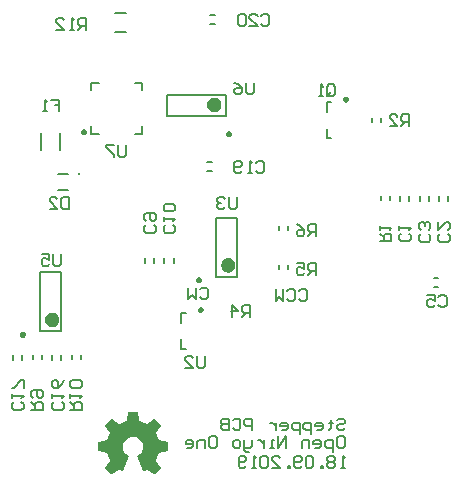
<source format=gbo>
%FSTAX23Y23*%
%MOIN*%
%SFA1B1*%

%IPPOS*%
%ADD10C,0.007870*%
%ADD49C,0.005910*%
%ADD57C,0.009840*%
%ADD59C,0.003940*%
%ADD60C,0.023620*%
%LNstepperpcb-1*%
%LPD*%
G36*
X00529Y00278D02*
X0053Y00277D01*
X0053Y00277*
X00535Y00249*
X00535Y00248*
X00536Y00248*
X00559Y00238*
X0056Y00238*
X00561Y00238*
X00561Y00238*
X00584Y00254*
X00585Y00254*
X00586Y00254*
X00586Y00254*
X00606Y00234*
X00607Y00233*
X00606Y00232*
X00606Y00232*
X00591Y00208*
X0059Y00208*
X0059Y00207*
X006Y00184*
X006Y00183*
X00601Y00183*
Y00183*
X00629Y00177*
X0063Y00177*
X0063Y00176*
X0063*
X0063Y00147*
X0063Y00146*
X00629Y00146*
X00629Y00146*
X00601Y00141*
X006Y0014*
X006Y0014*
X0059Y00116*
X0059Y00116*
X00591Y00115*
X00591Y00115*
X00606Y00091*
X00607Y00091*
X00606Y00089*
X00606Y0009*
X00586Y00069*
X00585Y00069*
X00584Y00069*
X00584Y00069*
X00561Y00085*
X0056Y00086*
X00559Y00085*
X00549Y00081*
X00548Y00081*
X00547Y00081*
X00547Y00082*
X00527Y0013*
X00527Y0013*
X00527Y00132*
X00528Y00132*
X00528Y00132*
X00531Y00133*
X00537Y00138*
X00543Y00145*
X00546Y00153*
X00547Y00162*
X00546Y0017*
X00543Y00178*
X00537Y00185*
X00531Y0019*
X00523Y00194*
X00514Y00195*
X00506Y00194*
X00498Y0019*
X00491Y00185*
X00485Y00178*
X00482Y0017*
X00481Y00162*
X00482Y00153*
X00485Y00145*
X00491Y00138*
X00498Y00133*
X005Y00132*
X005Y00132*
X00501Y00132*
X00501Y0013*
X00501Y0013*
X00481Y00082*
X00481Y00081*
X0048Y00081*
X00479Y00081*
X00469Y00085*
X00468Y00086*
X00467Y00085*
X00467Y00085*
X00444Y00069*
X00443Y00069*
X00442Y00069*
X00442Y00069*
X00422Y00089*
X00421Y00091*
X00422Y00091*
X00422Y00091*
X00438Y00115*
X00438Y00116*
X00438Y00116*
X00428Y0014*
X00428Y0014*
X00427Y00141*
X00427Y00141*
X00399Y00146*
X00398Y00146*
X00398Y00147*
X00398*
X00398Y00176*
X00398Y00177*
X00399Y00177*
Y00177*
X00427Y00183*
X00428Y00183*
X00428Y00184*
X00438Y00207*
X00438Y00208*
X00438Y00208*
X00438Y00208*
X00422Y00232*
X00421Y00233*
X00422Y00234*
X00422Y00234*
X00442Y00254*
X00443Y00254*
X00444Y00254*
X00444Y00254*
X00467Y00238*
X00468Y00238*
X00469Y00238*
X00492Y00248*
X00493Y00248*
X00493Y00249*
X00493*
X00498Y00277*
X00499Y00278*
X005Y00278*
Y00278*
X00528Y00278*
X00529Y00278*
G37*
G54D10*
X01565Y00982D02*
Y00997D01*
X01534Y00982D02*
Y00997D01*
X01517Y00725D02*
X01532D01*
X01517Y00694D02*
X01532D01*
X00675Y00488D02*
Y0052D01*
Y00488D02*
X0069D01*
X00675Y00575D02*
Y00606D01*
X0069*
X00114Y00452D02*
Y00467D01*
X00145Y00452D02*
Y00467D01*
X01031Y00883D02*
Y00897D01*
X00999Y00883D02*
Y00897D01*
X00791Y00728D02*
X00862D01*
Y00925*
X00791Y00728D02*
Y00925D01*
X00862*
X00999Y00753D02*
Y00767D01*
X01031Y00753D02*
Y00767D01*
X00553Y00774D02*
Y0079D01*
X00584Y00774D02*
Y0079D01*
X00618Y00774D02*
Y0079D01*
X0065Y00774D02*
Y0079D01*
X00626Y01263D02*
Y01334D01*
Y01263D02*
X00823D01*
X00626Y01334D02*
X00823D01*
Y01263D02*
Y01334D01*
X00455Y01543D02*
X00489D01*
X00455Y01607D02*
X00489D01*
X00762Y0111D02*
X00777D01*
X00762Y01079D02*
X00777D01*
X00204Y00546D02*
X00275D01*
X00204D02*
Y00743D01*
X00275Y00546D02*
Y00743D01*
X00204D02*
X00275D01*
X0116Y0119D02*
X01175D01*
X0116D02*
Y01222D01*
Y01309D02*
X01175D01*
X0116Y01277D02*
Y01309D01*
X01341Y01243D02*
Y01257D01*
X01309Y01243D02*
Y01257D01*
X00263Y01072D02*
X00296D01*
X00263Y01017D02*
X00296D01*
X00772Y016D02*
X00787D01*
X00772Y01569D02*
X00787D01*
X00275Y00452D02*
Y00467D01*
X00244Y00452D02*
Y00467D01*
X00179Y00453D02*
Y00467D01*
X00211Y00453D02*
Y00467D01*
X00341Y00453D02*
Y00467D01*
X00309Y00453D02*
Y00467D01*
X01469Y00982D02*
Y00997D01*
X015Y00982D02*
Y00997D01*
X01404Y00982D02*
Y00997D01*
X01435Y00982D02*
Y00997D01*
X01339Y00983D02*
Y00997D01*
X01371Y00983D02*
Y00997D01*
G54D49*
X00375Y01205D02*
Y01229D01*
Y01205D02*
X00399D01*
X0052D02*
X00544D01*
Y01229*
Y0135D02*
Y01374D01*
X0052D02*
X00544D01*
X00375Y0135D02*
Y01374D01*
X00399*
X00208Y01152D02*
Y01207D01*
X00271Y01152D02*
Y01207D01*
X0049Y01167D02*
Y01134D01*
X00483Y01127*
X0047*
X00464Y01134*
Y01167*
X00451D02*
X00424D01*
Y0116*
X00451Y01134*
Y01127*
X00753Y00464D02*
Y00431D01*
X00747Y00425*
X00734*
X00727Y00431*
Y00464*
X00688Y00425D02*
X00714D01*
X00688Y00451*
Y00457*
X00694Y00464*
X00708*
X00714Y00457*
X00275Y00804D02*
Y00771D01*
X00268Y00765*
X00255*
X00248Y00771*
Y00804*
X00209D02*
X00235D01*
Y00784*
X00222Y00791*
X00215*
X00209Y00784*
Y00771*
X00215Y00765*
X00229*
X00235Y00771*
X00305Y00285D02*
X00344D01*
Y00304*
X00337Y00311*
X00324*
X00318Y00304*
Y00285*
Y00298D02*
X00305Y00311D01*
Y00324D02*
Y00337D01*
Y0033*
X00344*
X00337Y00324*
Y00357D02*
X00344Y00363D01*
Y00376*
X00337Y00383*
X00311*
X00305Y00376*
Y00363*
X00311Y00357*
X00337*
X00175Y00285D02*
X00214D01*
Y00305*
X00207Y00311*
X00194*
X00188Y00305*
Y00285*
Y00298D02*
X00175Y00311D01*
X00181Y00324D02*
X00175Y00331D01*
Y00344*
X00181Y00351*
X00207*
X00214Y00344*
Y00331*
X00207Y00324*
X00201*
X00194Y00331*
Y00351*
X01435Y0123D02*
Y01269D01*
X01415*
X01408Y01262*
Y01249*
X01415Y01243*
X01435*
X01421D02*
X01408Y0123D01*
X01369D02*
X01395D01*
X01369Y01256*
Y01262*
X01375Y01269*
X01389*
X01395Y01262*
X01336Y00846D02*
X01375D01*
Y00866*
X01369Y00872*
X01356*
X01349Y00866*
Y00846*
Y00859D02*
X01336Y00872D01*
Y00885D02*
Y00898D01*
Y00892*
X01375*
X01369Y00885*
X00241Y01318D02*
X00267D01*
Y01299*
X00254*
X00267*
Y01279*
X00228D02*
X00215D01*
X00221*
Y01318*
X00228Y01312*
X00301Y00994D02*
Y00955D01*
X00282*
X00275Y00961*
Y00987*
X00282Y00994*
X00301*
X00236Y00955D02*
X00262D01*
X00236Y00981*
Y00987*
X00242Y00994*
X00255*
X00262Y00987*
X00923Y01107D02*
X0093Y01114D01*
X00943*
X0095Y01107*
Y01081*
X00943Y01075*
X0093*
X00923Y01081*
X0091Y01075D02*
X00897D01*
X00904*
Y01114*
X0091Y01107*
X00877Y01081D02*
X00871Y01075D01*
X00858*
X00851Y01081*
Y01107*
X00858Y01114*
X00871*
X00877Y01107*
Y01101*
X00871Y01094*
X00851*
X00142Y00311D02*
X00149Y00304D01*
Y00291*
X00142Y00285*
X00116*
X0011Y00291*
Y00304*
X00116Y00311*
X0011Y00324D02*
Y00337D01*
Y0033*
X00149*
X00142Y00324*
X00149Y00357D02*
Y00383D01*
X00142*
X00116Y00357*
X0011*
X00277Y00311D02*
X00284Y00304D01*
Y00291*
X00277Y00285*
X00251*
X00245Y00291*
Y00304*
X00251Y00311*
X00245Y00324D02*
Y00337D01*
Y0033*
X00284*
X00277Y00324*
X00284Y00383D02*
X00277Y0037D01*
X00264Y00357*
X00251*
X00245Y00363*
Y00376*
X00251Y00383*
X00258*
X00264Y00376*
Y00357*
X00648Y009D02*
X00655Y00893D01*
Y0088*
X00648Y00874*
X00622*
X00616Y0088*
Y00893*
X00622Y009*
X00616Y00913D02*
Y00926D01*
Y00919*
X00655*
X00648Y00913*
Y00946D02*
X00655Y00952D01*
Y00965*
X00648Y00972*
X00622*
X00616Y00965*
Y00952*
X00622Y00946*
X00648*
X01564Y0087D02*
X0157Y00864D01*
Y00851*
X01564Y00844*
X01538*
X01531Y00851*
Y00864*
X01538Y0087*
X01531Y0091D02*
Y00883D01*
X01557Y0091*
X01564*
X0157Y00903*
Y0089*
X01564Y00883*
X01434Y00872D02*
X0144Y00866D01*
Y00853*
X01434Y00846*
X01408*
X01401Y00853*
Y00866*
X01408Y00872*
X01401Y00885D02*
Y00898D01*
Y00892*
X0144*
X01434Y00885*
X01532Y0066D02*
X01539Y00667D01*
X01552*
X01559Y0066*
Y00634*
X01552Y00627*
X01539*
X01532Y00634*
X01493Y00667D02*
X01519D01*
Y00647*
X01506Y00654*
X015*
X01493Y00647*
Y00634*
X015Y00627*
X01513*
X01519Y00634*
X00942Y01597D02*
X00948Y01604D01*
X00961*
X00968Y01597*
Y01571*
X00961Y01564*
X00948*
X00942Y01571*
X00902Y01564D02*
X00929D01*
X00902Y01591*
Y01597*
X00909Y01604*
X00922*
X00929Y01597*
X00889D02*
X00883Y01604D01*
X0087*
X00863Y01597*
Y01571*
X0087Y01564*
X00883*
X00889Y01571*
Y01597*
X00583Y00902D02*
X0059Y00895D01*
Y00882*
X00583Y00875*
X00557*
X00551Y00882*
Y00895*
X00557Y00902*
Y00915D02*
X00551Y00921D01*
Y00935*
X00557Y00941*
X00583*
X0059Y00935*
Y00921*
X00583Y00915*
X00577*
X0057Y00921*
Y00941*
X00917Y01375D02*
Y01343D01*
X0091Y01336*
X00897*
X00891Y01343*
Y01375*
X00851D02*
X00864Y01369D01*
X00877Y01356*
Y01343*
X00871Y01336*
X00858*
X00851Y01343*
Y01349*
X00858Y01356*
X00877*
X0086Y00994D02*
Y00961D01*
X00853Y00955*
X0084*
X00833Y00961*
Y00994*
X0082Y00987D02*
X00814Y00994D01*
X008*
X00794Y00987*
Y00981*
X008Y00974*
X00807*
X008*
X00794Y00968*
Y00961*
X008Y00955*
X00814*
X0082Y00961*
X00356Y01551D02*
Y0159D01*
X00336*
X0033Y01583*
Y0157*
X00336Y01564*
X00356*
X00343D02*
X0033Y01551D01*
X00316D02*
X00303D01*
X0031*
Y0159*
X00316Y01583*
X00257Y01551D02*
X00284D01*
X00257Y01577*
Y01583*
X00264Y0159*
X00277*
X00284Y01583*
X01125Y00865D02*
Y00904D01*
X01105*
X01098Y00897*
Y00884*
X01105Y00878*
X01125*
X01111D02*
X01098Y00865D01*
X01059Y00904D02*
X01072Y00897D01*
X01085Y00884*
Y00871*
X01079Y00865*
X01065*
X01059Y00871*
Y00878*
X01065Y00884*
X01085*
X01125Y00735D02*
Y00774D01*
X01105*
X01098Y00767*
Y00754*
X01105Y00748*
X01125*
X01111D02*
X01098Y00735D01*
X01059Y00774D02*
X01085D01*
Y00754*
X01072Y00761*
X01065*
X01059Y00754*
Y00741*
X01065Y00735*
X01079*
X01085Y00741*
X00904Y00595D02*
Y00634D01*
X00885*
X00878Y00627*
Y00614*
X00885Y00608*
X00904*
X00891D02*
X00878Y00595D01*
X00845D02*
Y00634D01*
X00865Y00614*
X00839*
X01161Y01336D02*
Y01362D01*
X01168Y01369*
X01181*
X01187Y01362*
Y01336*
X01181Y0133*
X01168*
X01174Y01343D02*
X01161Y0133D01*
X01168D02*
X01161Y01336D01*
X01148Y0133D02*
X01135D01*
X01141*
Y01369*
X01148Y01362*
X01499Y0087D02*
X01505Y00864D01*
Y00851*
X01499Y00844*
X01473*
X01466Y00851*
Y00864*
X01473Y0087*
X01499Y00883D02*
X01505Y0089D01*
Y00903*
X01499Y0091*
X01492*
X01486Y00903*
Y00896*
Y00903*
X01479Y0091*
X01473*
X01466Y00903*
Y0089*
X01473Y00883*
X0122Y0009D02*
X01207D01*
X01213*
Y00129*
X0122Y00123*
X01187D02*
X01181Y00129D01*
X01168*
X01161Y00123*
Y00116*
X01168Y0011*
X01161Y00103*
Y00097*
X01168Y0009*
X01181*
X01187Y00097*
Y00103*
X01181Y0011*
X01187Y00116*
Y00123*
X01181Y0011D02*
X01168D01*
X01148Y0009D02*
Y00097D01*
X01141*
Y0009*
X01148*
X01115Y00123D02*
X01108Y00129D01*
X01095*
X01089Y00123*
Y00097*
X01095Y0009*
X01108*
X01115Y00097*
Y00123*
X01076Y00097D02*
X01069Y0009D01*
X01056*
X01049Y00097*
Y00123*
X01056Y00129*
X01069*
X01076Y00123*
Y00116*
X01069Y0011*
X01049*
X01036Y0009D02*
Y00097D01*
X0103*
Y0009*
X01036*
X00977D02*
X01004D01*
X00977Y00116*
Y00123*
X00984Y00129*
X00997*
X01004Y00123*
X00964D02*
X00958Y00129D01*
X00944*
X00938Y00123*
Y00097*
X00944Y0009*
X00958*
X00964Y00097*
Y00123*
X00925Y0009D02*
X00912D01*
X00918*
Y00129*
X00925Y00123*
X00892Y00097D02*
X00885Y0009D01*
X00872*
X00866Y00097*
Y00123*
X00872Y00129*
X00885*
X00892Y00123*
Y00116*
X00885Y0011*
X00866*
X012Y00196D02*
X01213D01*
X0122Y0019*
Y00164*
X01213Y00157*
X012*
X01194Y00164*
Y0019*
X012Y00196*
X01181Y00144D02*
Y00183D01*
X01161*
X01154Y00177*
Y00164*
X01161Y00157*
X01181*
X01122D02*
X01135D01*
X01141Y00164*
Y00177*
X01135Y00183*
X01122*
X01115Y00177*
Y0017*
X01141*
X01102Y00157D02*
Y00183D01*
X01082*
X01076Y00177*
Y00157*
X01023D02*
Y00196D01*
X00997Y00157*
Y00196*
X00984Y00157D02*
X00971D01*
X00977*
Y00183*
X00984*
X00951D02*
Y00157D01*
Y0017*
X00944Y00177*
X00938Y00183*
X00931*
X00912D02*
Y00164D01*
X00905Y00157*
X00885*
Y0015*
X00892Y00144*
X00899*
X00885Y00157D02*
Y00183D01*
X00866Y00157D02*
X00853D01*
X00846Y00164*
Y00177*
X00853Y00183*
X00866*
X00872Y00177*
Y00164*
X00866Y00157*
X00774Y00196D02*
X00787D01*
X00794Y0019*
Y00164*
X00787Y00157*
X00774*
X00767Y00164*
Y0019*
X00774Y00196*
X00754Y00157D02*
Y00183D01*
X00735*
X00728Y00177*
Y00157*
X00695D02*
X00708D01*
X00715Y00164*
Y00177*
X00708Y00183*
X00695*
X00689Y00177*
Y0017*
X00715*
X01068Y0068D02*
X01074Y00687D01*
X01087*
X01094Y0068*
Y00654*
X01087Y00647*
X01074*
X01068Y00654*
X01028Y0068D02*
X01035Y00687D01*
X01048*
X01055Y0068*
Y00654*
X01048Y00647*
X01035*
X01028Y00654*
X01015Y00687D02*
Y00647D01*
X01002Y0066*
X00989Y00647*
Y00687*
X00737Y00686D02*
X00744Y00692D01*
X00757*
X00763Y00686*
Y0066*
X00757Y00653*
X00744*
X00737Y0066*
X00724Y00692D02*
Y00653D01*
X00711Y00666*
X00698Y00653*
Y00692*
X01194Y00249D02*
X012Y00255D01*
X01213*
X0122Y00249*
Y00242*
X01213Y00236*
X012*
X01194Y00229*
Y00223*
X012Y00216*
X01213*
X0122Y00223*
X01174Y00249D02*
Y00242D01*
X01181*
X01168*
X01174*
Y00223*
X01168Y00216*
X01128D02*
X01141D01*
X01148Y00223*
Y00236*
X01141Y00242*
X01128*
X01122Y00236*
Y00229*
X01148*
X01108Y00203D02*
Y00242D01*
X01089*
X01082Y00236*
Y00223*
X01089Y00216*
X01108*
X01069Y00203D02*
Y00242D01*
X01049*
X01043Y00236*
Y00223*
X01049Y00216*
X01069*
X0101D02*
X01023D01*
X0103Y00223*
Y00236*
X01023Y00242*
X0101*
X01004Y00236*
Y00229*
X0103*
X0099Y00242D02*
Y00216D01*
Y00229*
X00984Y00236*
X00977Y00242*
X00971*
X00912Y00216D02*
Y00255D01*
X00892*
X00885Y00249*
Y00236*
X00892Y00229*
X00912*
X00846Y00249D02*
X00853Y00255D01*
X00866*
X00872Y00249*
Y00223*
X00866Y00216*
X00853*
X00846Y00223*
X00833Y00255D02*
Y00216D01*
X00813*
X00807Y00223*
Y00229*
X00813Y00236*
X00833*
X00813*
X00807Y00242*
Y00249*
X00813Y00255*
X00833*
G54D57*
X00354Y01211D02*
D01*
X00354Y01211*
X00354Y01211*
X00354Y01212*
X00354Y01212*
X00354Y01212*
X00354Y01213*
X00354Y01213*
X00353Y01213*
X00353Y01214*
X00353Y01214*
X00353Y01214*
X00353Y01214*
X00352Y01215*
X00352Y01215*
X00352Y01215*
X00351Y01215*
X00351Y01215*
X00351Y01215*
X0035Y01216*
X0035Y01216*
X0035Y01216*
X00349Y01216*
X00349*
X00349Y01216*
X00348Y01216*
X00348Y01216*
X00348Y01215*
X00347Y01215*
X00347Y01215*
X00347Y01215*
X00347Y01215*
X00346Y01215*
X00346Y01214*
X00346Y01214*
X00346Y01214*
X00345Y01214*
X00345Y01213*
X00345Y01213*
X00345Y01213*
X00345Y01212*
X00345Y01212*
X00344Y01212*
X00344Y01211*
X00344Y01211*
X00344Y01211*
X00344Y0121*
X00344Y0121*
X00344Y0121*
X00345Y01209*
X00345Y01209*
X00345Y01209*
X00345Y01208*
X00345Y01208*
X00345Y01208*
X00346Y01208*
X00346Y01207*
X00346Y01207*
X00346Y01207*
X00347Y01207*
X00347Y01206*
X00347Y01206*
X00347Y01206*
X00348Y01206*
X00348Y01206*
X00348Y01206*
X00349Y01206*
X00349Y01206*
X00349*
X0035Y01206*
X0035Y01206*
X0035Y01206*
X00351Y01206*
X00351Y01206*
X00351Y01206*
X00352Y01206*
X00352Y01207*
X00352Y01207*
X00353Y01207*
X00353Y01207*
X00353Y01208*
X00353Y01208*
X00353Y01208*
X00354Y01208*
X00354Y01209*
X00354Y01209*
X00354Y01209*
X00354Y0121*
X00354Y0121*
X00354Y0121*
X00354Y01211*
X00743Y00618D02*
D01*
X00743Y00618*
X00743Y00619*
X00743Y00619*
X00742Y00619*
X00742Y0062*
X00742Y0062*
X00742Y0062*
X00742Y00621*
X00742Y00621*
X00741Y00621*
X00741Y00621*
X00741Y00622*
X00741Y00622*
X0074Y00622*
X0074Y00622*
X0074Y00622*
X0074Y00623*
X00739Y00623*
X00739Y00623*
X00739Y00623*
X00738Y00623*
X00738Y00623*
X00738*
X00737Y00623*
X00737Y00623*
X00736Y00623*
X00736Y00623*
X00736Y00623*
X00736Y00622*
X00735Y00622*
X00735Y00622*
X00735Y00622*
X00734Y00622*
X00734Y00621*
X00734Y00621*
X00734Y00621*
X00734Y00621*
X00733Y0062*
X00733Y0062*
X00733Y0062*
X00733Y00619*
X00733Y00619*
X00733Y00619*
X00733Y00618*
X00733Y00618*
X00733Y00618*
X00733Y00617*
X00733Y00617*
X00733Y00617*
X00733Y00616*
X00733Y00616*
X00733Y00616*
X00734Y00615*
X00734Y00615*
X00734Y00615*
X00734Y00615*
X00734Y00614*
X00735Y00614*
X00735Y00614*
X00735Y00614*
X00736Y00614*
X00736Y00613*
X00736Y00613*
X00736Y00613*
X00737Y00613*
X00737Y00613*
X00738Y00613*
X00738*
X00738Y00613*
X00739Y00613*
X00739Y00613*
X00739Y00613*
X0074Y00613*
X0074Y00614*
X0074Y00614*
X0074Y00614*
X00741Y00614*
X00741Y00614*
X00741Y00615*
X00741Y00615*
X00742Y00615*
X00742Y00615*
X00742Y00616*
X00742Y00616*
X00742Y00616*
X00742Y00617*
X00743Y00617*
X00743Y00617*
X00743Y00618*
X00743Y00618*
X00737Y00718D02*
D01*
X00737Y00718*
X00737Y00718*
X00737Y00719*
X00737Y00719*
X00736Y00719*
X00736Y0072*
X00736Y0072*
X00736Y0072*
X00736Y00721*
X00736Y00721*
X00735Y00721*
X00735Y00721*
X00735Y00722*
X00735Y00722*
X00734Y00722*
X00734Y00722*
X00734Y00722*
X00733Y00722*
X00733Y00723*
X00733Y00723*
X00732Y00723*
X00732Y00723*
X00732*
X00731Y00723*
X00731Y00723*
X00731Y00723*
X0073Y00722*
X0073Y00722*
X0073Y00722*
X00729Y00722*
X00729Y00722*
X00729Y00722*
X00728Y00721*
X00728Y00721*
X00728Y00721*
X00728Y00721*
X00728Y0072*
X00727Y0072*
X00727Y0072*
X00727Y00719*
X00727Y00719*
X00727Y00719*
X00727Y00718*
X00727Y00718*
X00727Y00718*
X00727Y00717*
X00727Y00717*
X00727Y00717*
X00727Y00716*
X00727Y00716*
X00727Y00716*
X00727Y00716*
X00728Y00715*
X00728Y00715*
X00728Y00715*
X00728Y00714*
X00728Y00714*
X00729Y00714*
X00729Y00714*
X00729Y00714*
X0073Y00713*
X0073Y00713*
X0073Y00713*
X00731Y00713*
X00731Y00713*
X00731Y00713*
X00732Y00713*
X00732*
X00732Y00713*
X00733Y00713*
X00733Y00713*
X00733Y00713*
X00734Y00713*
X00734Y00713*
X00734Y00714*
X00735Y00714*
X00735Y00714*
X00735Y00714*
X00735Y00714*
X00736Y00715*
X00736Y00715*
X00736Y00715*
X00736Y00716*
X00736Y00716*
X00736Y00716*
X00737Y00716*
X00737Y00717*
X00737Y00717*
X00737Y00717*
X00737Y00718*
X00838Y01204D02*
D01*
X00838Y01204*
X00838Y01204*
X00838Y01205*
X00838Y01205*
X00838Y01205*
X00837Y01206*
X00837Y01206*
X00837Y01206*
X00837Y01207*
X00837Y01207*
X00837Y01207*
X00836Y01207*
X00836Y01208*
X00836Y01208*
X00835Y01208*
X00835Y01208*
X00835Y01208*
X00834Y01208*
X00834Y01208*
X00834Y01209*
X00833Y01209*
X00833Y01209*
X00833*
X00832Y01209*
X00832Y01209*
X00832Y01208*
X00831Y01208*
X00831Y01208*
X00831Y01208*
X00831Y01208*
X0083Y01208*
X0083Y01208*
X0083Y01207*
X00829Y01207*
X00829Y01207*
X00829Y01207*
X00829Y01206*
X00829Y01206*
X00828Y01206*
X00828Y01205*
X00828Y01205*
X00828Y01205*
X00828Y01204*
X00828Y01204*
X00828Y01204*
X00828Y01203*
X00828Y01203*
X00828Y01203*
X00828Y01202*
X00828Y01202*
X00828Y01202*
X00829Y01201*
X00829Y01201*
X00829Y01201*
X00829Y01201*
X00829Y012*
X0083Y012*
X0083Y012*
X0083Y012*
X00831Y01199*
X00831Y01199*
X00831Y01199*
X00831Y01199*
X00832Y01199*
X00832Y01199*
X00832Y01199*
X00833Y01199*
X00833*
X00833Y01199*
X00834Y01199*
X00834Y01199*
X00834Y01199*
X00835Y01199*
X00835Y01199*
X00835Y01199*
X00836Y012*
X00836Y012*
X00836Y012*
X00837Y012*
X00837Y01201*
X00837Y01201*
X00837Y01201*
X00837Y01201*
X00837Y01202*
X00838Y01202*
X00838Y01202*
X00838Y01203*
X00838Y01203*
X00838Y01203*
X00838Y01204*
X0015Y00536D02*
D01*
X0015Y00536*
X0015Y00537*
X0015Y00537*
X0015Y00537*
X0015Y00538*
X0015Y00538*
X00149Y00538*
X00149Y00539*
X00149Y00539*
X00149Y00539*
X00149Y00539*
X00148Y0054*
X00148Y0054*
X00148Y0054*
X00147Y0054*
X00147Y0054*
X00147Y00541*
X00147Y00541*
X00146Y00541*
X00146Y00541*
X00146Y00541*
X00145Y00541*
X00145*
X00144Y00541*
X00144Y00541*
X00144Y00541*
X00143Y00541*
X00143Y00541*
X00143Y0054*
X00143Y0054*
X00142Y0054*
X00142Y0054*
X00142Y0054*
X00141Y00539*
X00141Y00539*
X00141Y00539*
X00141Y00539*
X00141Y00538*
X00141Y00538*
X0014Y00538*
X0014Y00537*
X0014Y00537*
X0014Y00537*
X0014Y00536*
X0014Y00536*
X0014Y00536*
X0014Y00535*
X0014Y00535*
X0014Y00535*
X0014Y00534*
X00141Y00534*
X00141Y00534*
X00141Y00533*
X00141Y00533*
X00141Y00533*
X00141Y00533*
X00142Y00532*
X00142Y00532*
X00142Y00532*
X00143Y00532*
X00143Y00532*
X00143Y00531*
X00143Y00531*
X00144Y00531*
X00144Y00531*
X00144Y00531*
X00145Y00531*
X00145*
X00146Y00531*
X00146Y00531*
X00146Y00531*
X00147Y00531*
X00147Y00531*
X00147Y00532*
X00147Y00532*
X00148Y00532*
X00148Y00532*
X00148Y00532*
X00149Y00533*
X00149Y00533*
X00149Y00533*
X00149Y00533*
X00149Y00534*
X0015Y00534*
X0015Y00534*
X0015Y00535*
X0015Y00535*
X0015Y00535*
X0015Y00536*
X0015Y00536*
X01228Y0132D02*
D01*
X01228Y01321*
X01228Y01321*
X01228Y01321*
X01227Y01322*
X01227Y01322*
X01227Y01322*
X01227Y01323*
X01227Y01323*
X01227Y01323*
X01226Y01324*
X01226Y01324*
X01226Y01324*
X01226Y01324*
X01225Y01324*
X01225Y01325*
X01225Y01325*
X01225Y01325*
X01224Y01325*
X01224Y01325*
X01224Y01325*
X01223Y01325*
X01223Y01325*
X01223*
X01222Y01325*
X01222Y01325*
X01221Y01325*
X01221Y01325*
X01221Y01325*
X01221Y01325*
X0122Y01325*
X0122Y01324*
X0122Y01324*
X01219Y01324*
X01219Y01324*
X01219Y01324*
X01219Y01323*
X01219Y01323*
X01218Y01323*
X01218Y01322*
X01218Y01322*
X01218Y01322*
X01218Y01321*
X01218Y01321*
X01218Y01321*
X01218Y0132*
X01218Y0132*
X01218Y0132*
X01218Y01319*
X01218Y01319*
X01218Y01319*
X01218Y01318*
X01218Y01318*
X01219Y01318*
X01219Y01317*
X01219Y01317*
X01219Y01317*
X01219Y01317*
X0122Y01316*
X0122Y01316*
X0122Y01316*
X01221Y01316*
X01221Y01316*
X01221Y01316*
X01221Y01316*
X01222Y01316*
X01222Y01315*
X01223Y01315*
X01223*
X01223Y01315*
X01224Y01316*
X01224Y01316*
X01224Y01316*
X01225Y01316*
X01225Y01316*
X01225Y01316*
X01225Y01316*
X01226Y01316*
X01226Y01317*
X01226Y01317*
X01226Y01317*
X01227Y01317*
X01227Y01318*
X01227Y01318*
X01227Y01318*
X01227Y01319*
X01227Y01319*
X01228Y01319*
X01228Y0132*
X01228Y0132*
X01228Y0132*
G54D59*
X00334Y01073D02*
D01*
X00334Y01073*
X00334Y01073*
X00334Y01073*
X00334Y01073*
X00334Y01073*
X00334Y01073*
X00334Y01074*
X00334Y01074*
X00333Y01074*
X00333Y01074*
X00333Y01074*
X00333Y01074*
X00333Y01074*
X00333Y01074*
X00333Y01074*
X00333Y01074*
X00333Y01074*
X00332Y01075*
X00332Y01075*
X00332Y01075*
X00332Y01075*
X00332Y01075*
X00332*
X00332Y01075*
X00332Y01075*
X00331Y01075*
X00331Y01075*
X00331Y01074*
X00331Y01074*
X00331Y01074*
X00331Y01074*
X00331Y01074*
X00331Y01074*
X0033Y01074*
X0033Y01074*
X0033Y01074*
X0033Y01074*
X0033Y01074*
X0033Y01073*
X0033Y01073*
X0033Y01073*
X0033Y01073*
X0033Y01073*
X0033Y01073*
X0033Y01073*
X0033Y01073*
X0033Y01072*
X0033Y01072*
X0033Y01072*
X0033Y01072*
X0033Y01072*
X0033Y01072*
X0033Y01072*
X0033Y01071*
X0033Y01071*
X0033Y01071*
X00331Y01071*
X00331Y01071*
X00331Y01071*
X00331Y01071*
X00331Y01071*
X00331Y01071*
X00331Y01071*
X00331Y01071*
X00332Y01071*
X00332Y01071*
X00332Y01071*
X00332*
X00332Y01071*
X00332Y01071*
X00332Y01071*
X00332Y01071*
X00333Y01071*
X00333Y01071*
X00333Y01071*
X00333Y01071*
X00333Y01071*
X00333Y01071*
X00333Y01071*
X00333Y01071*
X00333Y01071*
X00334Y01072*
X00334Y01072*
X00334Y01072*
X00334Y01072*
X00334Y01072*
X00334Y01072*
X00334Y01072*
X00334Y01073*
X00334Y01073*
G54D60*
X00842Y00767D02*
D01*
X00842Y00768*
X00842Y00769*
X00842Y0077*
X00842Y0077*
X00841Y00771*
X00841Y00772*
X00841Y00773*
X0084Y00773*
X0084Y00774*
X00839Y00775*
X00839Y00775*
X00838Y00776*
X00837Y00777*
X00837Y00777*
X00836Y00777*
X00835Y00778*
X00835Y00778*
X00834Y00778*
X00833Y00779*
X00832Y00779*
X00831Y00779*
X00831Y00779*
X0083*
X00829Y00779*
X00828Y00779*
X00827Y00779*
X00827Y00778*
X00826Y00778*
X00825Y00778*
X00824Y00777*
X00824Y00777*
X00823Y00777*
X00822Y00776*
X00822Y00775*
X00821Y00775*
X00821Y00774*
X0082Y00773*
X0082Y00773*
X00819Y00772*
X00819Y00771*
X00819Y0077*
X00819Y0077*
X00819Y00769*
X00818Y00768*
X00818Y00767*
X00818Y00766*
X00819Y00766*
X00819Y00765*
X00819Y00764*
X00819Y00763*
X00819Y00762*
X0082Y00762*
X0082Y00761*
X00821Y0076*
X00821Y0076*
X00822Y00759*
X00822Y00758*
X00823Y00758*
X00824Y00757*
X00824Y00757*
X00825Y00757*
X00826Y00756*
X00827Y00756*
X00827Y00756*
X00828Y00756*
X00829Y00755*
X0083Y00755*
X00831*
X00831Y00755*
X00832Y00756*
X00833Y00756*
X00834Y00756*
X00835Y00756*
X00835Y00757*
X00836Y00757*
X00837Y00757*
X00837Y00758*
X00838Y00758*
X00839Y00759*
X00839Y0076*
X0084Y0076*
X0084Y00761*
X00841Y00762*
X00841Y00762*
X00841Y00763*
X00842Y00764*
X00842Y00765*
X00842Y00766*
X00842Y00766*
X00842Y00767*
X00795Y01302D02*
D01*
X00795Y01303*
X00795Y01304*
X00795Y01305*
X00795Y01305*
X00795Y01306*
X00794Y01307*
X00794Y01308*
X00794Y01308*
X00793Y01309*
X00793Y0131*
X00792Y0131*
X00791Y01311*
X00791Y01311*
X0079Y01312*
X00789Y01312*
X00789Y01313*
X00788Y01313*
X00787Y01313*
X00786Y01314*
X00786Y01314*
X00785Y01314*
X00784Y01314*
X00783*
X00782Y01314*
X00782Y01314*
X00781Y01314*
X0078Y01313*
X00779Y01313*
X00778Y01313*
X00778Y01312*
X00777Y01312*
X00776Y01311*
X00776Y01311*
X00775Y0131*
X00775Y0131*
X00774Y01309*
X00774Y01308*
X00773Y01308*
X00773Y01307*
X00772Y01306*
X00772Y01305*
X00772Y01305*
X00772Y01304*
X00772Y01303*
X00772Y01302*
X00772Y01301*
X00772Y013*
X00772Y013*
X00772Y01299*
X00772Y01298*
X00773Y01297*
X00773Y01297*
X00774Y01296*
X00774Y01295*
X00775Y01295*
X00775Y01294*
X00776Y01293*
X00776Y01293*
X00777Y01292*
X00778Y01292*
X00778Y01292*
X00779Y01291*
X0078Y01291*
X00781Y01291*
X00782Y01291*
X00782Y0129*
X00783Y0129*
X00784*
X00785Y0129*
X00786Y01291*
X00786Y01291*
X00787Y01291*
X00788Y01291*
X00789Y01292*
X00789Y01292*
X0079Y01292*
X00791Y01293*
X00791Y01293*
X00792Y01294*
X00793Y01295*
X00793Y01295*
X00794Y01296*
X00794Y01297*
X00794Y01297*
X00795Y01298*
X00795Y01299*
X00795Y013*
X00795Y013*
X00795Y01301*
X00795Y01302*
X00255Y00585D02*
D01*
X00255Y00586*
X00255Y00587*
X00255Y00588*
X00255Y00589*
X00255Y00589*
X00254Y0059*
X00254Y00591*
X00253Y00592*
X00253Y00592*
X00252Y00593*
X00252Y00594*
X00251Y00594*
X00251Y00595*
X0025Y00595*
X00249Y00596*
X00249Y00596*
X00248Y00596*
X00247Y00597*
X00246Y00597*
X00245Y00597*
X00245Y00597*
X00244Y00597*
X00243*
X00242Y00597*
X00241Y00597*
X00241Y00597*
X0024Y00597*
X00239Y00596*
X00238Y00596*
X00238Y00596*
X00237Y00595*
X00236Y00595*
X00236Y00594*
X00235Y00594*
X00234Y00593*
X00234Y00592*
X00233Y00592*
X00233Y00591*
X00233Y0059*
X00232Y00589*
X00232Y00589*
X00232Y00588*
X00232Y00587*
X00232Y00586*
X00232Y00585*
X00232Y00585*
X00232Y00584*
X00232Y00583*
X00232Y00582*
X00232Y00581*
X00233Y00581*
X00233Y0058*
X00233Y00579*
X00234Y00579*
X00234Y00578*
X00235Y00577*
X00236Y00577*
X00236Y00576*
X00237Y00576*
X00238Y00575*
X00238Y00575*
X00239Y00574*
X0024Y00574*
X00241Y00574*
X00241Y00574*
X00242Y00574*
X00243Y00574*
X00244*
X00245Y00574*
X00245Y00574*
X00246Y00574*
X00247Y00574*
X00248Y00574*
X00249Y00575*
X00249Y00575*
X0025Y00576*
X00251Y00576*
X00251Y00577*
X00252Y00577*
X00252Y00578*
X00253Y00579*
X00253Y00579*
X00254Y0058*
X00254Y00581*
X00255Y00581*
X00255Y00582*
X00255Y00583*
X00255Y00584*
X00255Y00585*
X00255Y00585*
M02*
</source>
